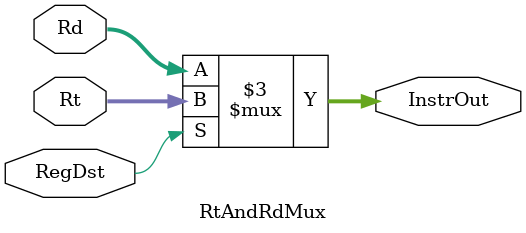
<source format=v>
module RtAndRdMux(
	input [31:0] Rt,
	input [31:0] Rd,
	input RegDst, //Sinal imediato
	output reg [31:0] InstrOut
);

always@ (*)
	begin
		if(RegDst) begin
			InstrOut = Rt;
		end
		else begin
			InstrOut = Rd;
		end
	end

endmodule

</source>
